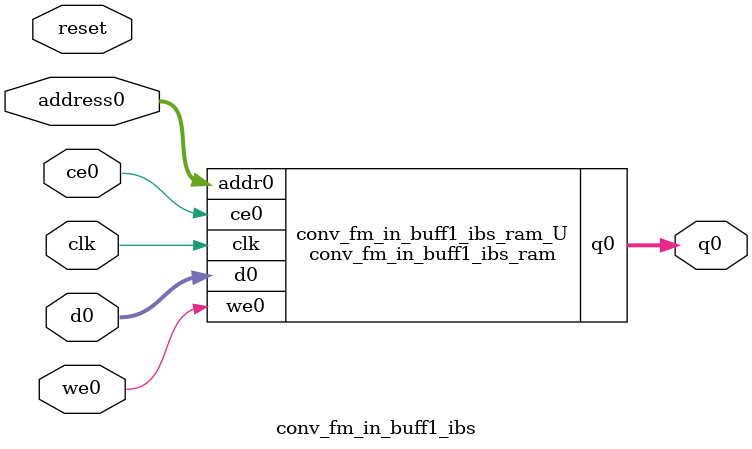
<source format=v>
`timescale 1 ns / 1 ps
module conv_fm_in_buff1_ibs_ram (addr0, ce0, d0, we0, q0,  clk);

parameter DWIDTH = 16;
parameter AWIDTH = 12;
parameter MEM_SIZE = 3721;

input[AWIDTH-1:0] addr0;
input ce0;
input[DWIDTH-1:0] d0;
input we0;
output reg[DWIDTH-1:0] q0;
input clk;

(* ram_style = "block" *)reg [DWIDTH-1:0] ram[0:MEM_SIZE-1];




always @(posedge clk)  
begin 
    if (ce0) begin
        if (we0) 
            ram[addr0] <= d0; 
        q0 <= ram[addr0];
    end
end


endmodule

`timescale 1 ns / 1 ps
module conv_fm_in_buff1_ibs(
    reset,
    clk,
    address0,
    ce0,
    we0,
    d0,
    q0);

parameter DataWidth = 32'd16;
parameter AddressRange = 32'd3721;
parameter AddressWidth = 32'd12;
input reset;
input clk;
input[AddressWidth - 1:0] address0;
input ce0;
input we0;
input[DataWidth - 1:0] d0;
output[DataWidth - 1:0] q0;



conv_fm_in_buff1_ibs_ram conv_fm_in_buff1_ibs_ram_U(
    .clk( clk ),
    .addr0( address0 ),
    .ce0( ce0 ),
    .we0( we0 ),
    .d0( d0 ),
    .q0( q0 ));

endmodule


</source>
